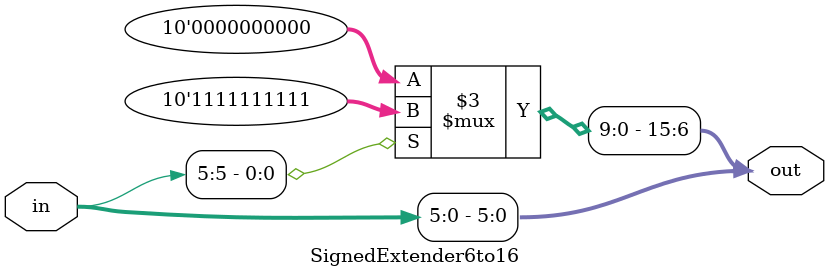
<source format=v>
`timescale 1ns / 1ps


module SignedExtender6to16(
    input [5:0] in,
    output reg [15:0] out
    );
    always @(*) begin
        out[5:0] = in[5:0];
        if(in[5])
            out[15:6] = 10'b1111111111;
        else
            out[15:6] = 0;
    end

endmodule

</source>
